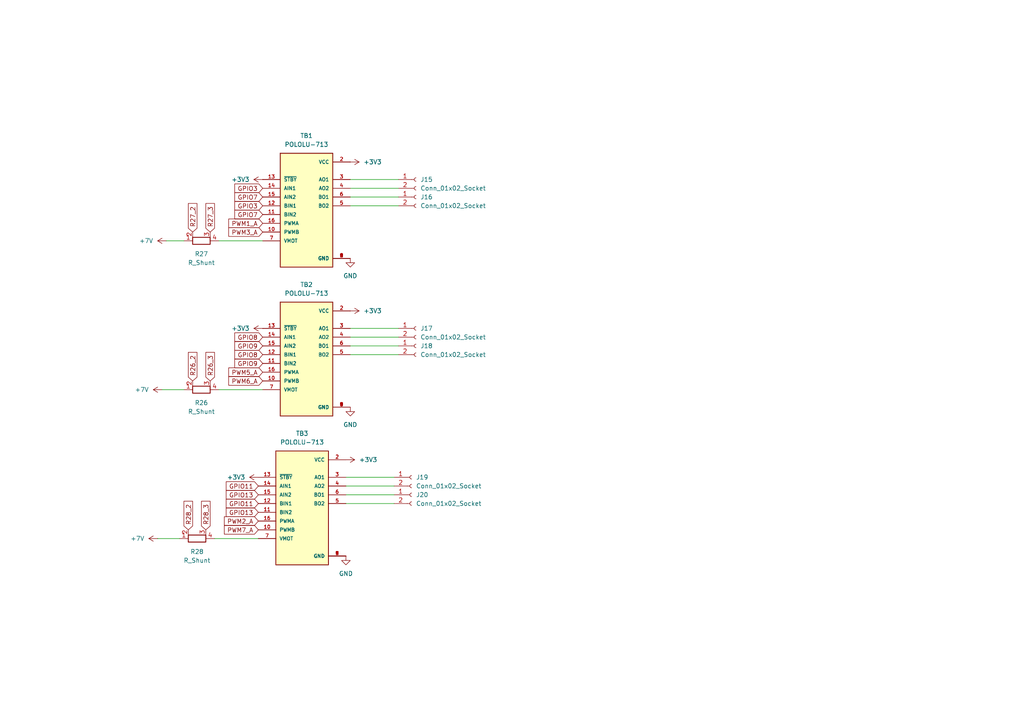
<source format=kicad_sch>
(kicad_sch (version 20250114) (generator "eeschema") (generator_version "9.0")
  (paper "A4")
  (lib_symbols
    (symbol "Connector:Conn_01x02_Socket" (pin_names (offset 1.016) (hide yes))
      (property "Reference" "J" (at 0 2.54 0))
      (property "Value" "Conn_01x02_Socket" (at 0 -5.08 0))
      (symbol "Conn_01x02_Socket_1_1"
        (polyline (pts (xy -1.27 0) (xy -0.508 0)) (stroke (width 0.1524)))
        (polyline (pts (xy -1.27 -2.54) (xy -0.508 -2.54)) (stroke (width 0.1524)))
        (arc (start 0 -0.508) (mid -0.5058 0) (end 0 0.508) (stroke (width 0.1524)))
        (arc (start 0 -3.048) (mid -0.5058 -2.54) (end 0 -2.032) (stroke (width 0.1524)))
        (pin passive line (at -5.08 0 0) (length 3.81) (name "Pin_1") (number "1"))
        (pin passive line (at -5.08 -2.54 0) (length 3.81) (name "Pin_2") (number "2"))
      )
    )
    (symbol "Device:R_Shunt" (pin_names (offset 0) (hide yes))
      (property "Reference" "R" (at -2.032 0 90))
      (property "Value" "R_Shunt" (at 0 0 90))
      (symbol "R_Shunt_0_1"
        (rectangle (start -1.016 -2.54) (end 1.016 2.54) (stroke (width 0.254)))
        (polyline (pts (xy 0 -2.54) (xy 1.27 -2.54)))
        (polyline (pts (xy 1.27 2.54) (xy 0 2.54)))
      )
      (symbol "R_Shunt_1_1"
        (pin passive line (at 0 5.08 270) (length 2.54) (name "~") (number "1"))
        (pin passive line (at 0 -5.08 90) (length 2.54) (name "~") (number "4"))
        (pin passive line (at 2.54 2.54 180) (length 1.27) (name "~") (number "2"))
        (pin passive line (at 2.54 -2.54 180) (length 1.27) (name "~") (number "3"))
      )
    )
    (symbol "POLOLU-713:POLOLU-713" (pin_names (offset 1.016))
      (property "Reference" "TB" (at -7.6288 15.8933 0))
      (property "Value" "POLOLU-713" (at -7.622 -20.3255 0))
      (symbol "POLOLU-713_0_0"
        (rectangle (start -7.62 -17.78) (end 7.62 15.24) (stroke (width 0.254)) (fill (type background)))
        (pin input line (at -12.7 7.62 0) (length 5.08) (name "~{STBY}") (number "13"))
        (pin input line (at -12.7 5.08 0) (length 5.08) (name "AIN1") (number "14"))
        (pin input line (at -12.7 2.54 0) (length 5.08) (name "AIN2") (number "15"))
        (pin input line (at -12.7 0 0) (length 5.08) (name "BIN1") (number "12"))
        (pin input line (at -12.7 -2.54 0) (length 5.08) (name "BIN2") (number "11"))
        (pin input line (at -12.7 -5.08 0) (length 5.08) (name "PWMA") (number "16"))
        (pin input line (at -12.7 -7.62 0) (length 5.08) (name "PWMB") (number "10"))
        (pin input line (at -12.7 -10.16 0) (length 5.08) (name "VMOT") (number "7"))
        (pin power_in line (at 12.7 12.7 180) (length 5.08) (name "VCC") (number "2"))
        (pin output line (at 12.7 7.62 180) (length 5.08) (name "AO1") (number "3"))
        (pin output line (at 12.7 5.08 180) (length 5.08) (name "AO2") (number "4"))
        (pin output line (at 12.7 2.54 180) (length 5.08) (name "BO1") (number "6"))
        (pin output line (at 12.7 0 180) (length 5.08) (name "BO2") (number "5"))
        (pin power_in line (at 12.7 -15.24 180) (length 5.08) (name "GND") (number "1"))
        (pin power_in line (at 12.7 -15.24 180) (length 5.08) (name "GND") (number "8"))
        (pin power_in line (at 12.7 -15.24 180) (length 5.08) (name "GND") (number "9"))
      )
    )
    (symbol "power:+3V3" (power) (pin_numbers (hide yes)) (pin_names (offset 0) (hide yes))
      (property "Value" "+3V3" (at 0 3.556 0))
      (symbol "+3V3_0_1"
        (polyline (pts (xy -0.762 1.27) (xy 0 2.54)))
        (polyline (pts (xy 0 2.54) (xy 0.762 1.27)))
        (polyline (pts (xy 0 0) (xy 0 2.54)))
      )
      (symbol "+3V3_1_1"
        (pin power_in line (at 0 0 90) (length 0) (name "~") (number "1"))
      )
    )
    (symbol "power:+6V" (power) (pin_numbers (hide yes)) (pin_names (offset 0) (hide yes))
      (property "Value" "+6V" (at 0 3.556 0))
      (symbol "+6V_0_1"
        (polyline (pts (xy -0.762 1.27) (xy 0 2.54)))
        (polyline (pts (xy 0 2.54) (xy 0.762 1.27)))
        (polyline (pts (xy 0 0) (xy 0 2.54)))
      )
      (symbol "+6V_1_1"
        (pin power_in line (at 0 0 90) (length 0) (name "~") (number "1"))
      )
    )
    (symbol "power:GND" (power) (pin_numbers (hide yes)) (pin_names (offset 0) (hide yes))
      (property "Value" "GND" (at 0 -3.81 0))
      (symbol "GND_0_1"
        (polyline (pts (xy 0 0) (xy 0 -1.27) (xy 1.27 -1.27) (xy 0 -2.54) (xy -1.27 -1.27) (xy 0 -1.27)))
      )
      (symbol "GND_1_1"
        (pin power_in line (at 0 0 270) (length 0) (name "~") (number "1"))
      )
    )
  )
  (wire (pts (xy 101.6 100.33) (xy 115.57 100.33)))
  (wire (pts (xy 100.33 140.97) (xy 114.3 140.97)))
  (wire (pts (xy 101.6 97.79) (xy 115.57 97.79)))
  (wire (pts (xy 101.6 59.69) (xy 115.57 59.69)))
  (wire (pts (xy 101.6 57.15) (xy 115.57 57.15)))
  (wire (pts (xy 62.23 156.21) (xy 74.93 156.21)))
  (wire (pts (xy 45.72 156.21) (xy 52.07 156.21)))
  (wire (pts (xy 101.6 102.87) (xy 115.57 102.87)))
  (wire (pts (xy 101.6 54.61) (xy 115.57 54.61)))
  (wire (pts (xy 63.5 69.85) (xy 76.2 69.85)))
  (wire (pts (xy 46.99 113.03) (xy 53.34 113.03)))
  (wire (pts (xy 100.33 146.05) (xy 114.3 146.05)))
  (wire (pts (xy 48.26 69.85) (xy 53.34 69.85)))
  (wire (pts (xy 100.33 138.43) (xy 114.3 138.43)))
  (wire (pts (xy 63.5 113.03) (xy 76.2 113.03)))
  (wire (pts (xy 100.33 143.51) (xy 114.3 143.51)))
  (wire (pts (xy 101.6 95.25) (xy 115.57 95.25)))
  (wire (pts (xy 101.6 52.07) (xy 115.57 52.07)))
  (global_label "GPIO11" (shape input) (at 74.93 140.97 180) (property "Intersheetrefs" "${INTERSHEET_REFS}" (effects (hide yes))))
  (global_label "R28_2" (shape input) (at 54.61 153.67 90) (property "Intersheetrefs" "${INTERSHEET_REFS}" (effects (hide yes))))
  (global_label "GPIO3" (shape input) (at 76.2 54.61 180) (property "Intersheetrefs" "${INTERSHEET_REFS}" (effects (hide yes))))
  (global_label "PWM7_A" (shape input) (at 74.93 153.67 180) (property "Intersheetrefs" "${INTERSHEET_REFS}" (effects (hide yes))))
  (global_label "PWM3_A" (shape input) (at 76.2 67.31 180) (property "Intersheetrefs" "${INTERSHEET_REFS}" (effects (hide yes))))
  (global_label "R26_3" (shape input) (at 60.96 110.49 90) (property "Intersheetrefs" "${INTERSHEET_REFS}" (effects (hide yes))))
  (global_label "R26_2" (shape input) (at 55.88 110.49 90) (property "Intersheetrefs" "${INTERSHEET_REFS}" (effects (hide yes))))
  (global_label "GPIO7" (shape input) (at 76.2 57.15 180) (property "Intersheetrefs" "${INTERSHEET_REFS}" (effects (hide yes))))
  (global_label "GPIO9" (shape input) (at 76.2 100.33 180) (property "Intersheetrefs" "${INTERSHEET_REFS}" (effects (hide yes))))
  (global_label "PWM2_A" (shape input) (at 74.93 151.13 180) (property "Intersheetrefs" "${INTERSHEET_REFS}" (effects (hide yes))))
  (global_label "PWM6_A" (shape input) (at 76.2 110.49 180) (property "Intersheetrefs" "${INTERSHEET_REFS}" (effects (hide yes))))
  (global_label "GPIO7" (shape input) (at 76.2 62.23 180) (property "Intersheetrefs" "${INTERSHEET_REFS}" (effects (hide yes))))
  (global_label "GPIO8" (shape input) (at 76.2 102.87 180) (property "Intersheetrefs" "${INTERSHEET_REFS}" (effects (hide yes))))
  (global_label "R28_3" (shape input) (at 59.69 153.67 90) (property "Intersheetrefs" "${INTERSHEET_REFS}" (effects (hide yes))))
  (global_label "GPIO3" (shape input) (at 76.2 59.69 180) (property "Intersheetrefs" "${INTERSHEET_REFS}" (effects (hide yes))))
  (global_label "PWM1_A" (shape input) (at 76.2 64.77 180) (property "Intersheetrefs" "${INTERSHEET_REFS}" (effects (hide yes))))
  (global_label "GPIO9" (shape input) (at 76.2 105.41 180) (property "Intersheetrefs" "${INTERSHEET_REFS}" (effects (hide yes))))
  (global_label "GPIO11" (shape input) (at 74.93 146.05 180) (property "Intersheetrefs" "${INTERSHEET_REFS}" (effects (hide yes))))
  (global_label "R27_2" (shape input) (at 55.88 67.31 90) (property "Intersheetrefs" "${INTERSHEET_REFS}" (effects (hide yes))))
  (global_label "R27_3" (shape input) (at 60.96 67.31 90) (property "Intersheetrefs" "${INTERSHEET_REFS}" (effects (hide yes))))
  (global_label "GPIO13" (shape input) (at 74.93 148.59 180) (property "Intersheetrefs" "${INTERSHEET_REFS}" (effects (hide yes))))
  (global_label "PWM5_A" (shape input) (at 76.2 107.95 180) (property "Intersheetrefs" "${INTERSHEET_REFS}" (effects (hide yes))))
  (global_label "GPIO8" (shape input) (at 76.2 97.79 180) (property "Intersheetrefs" "${INTERSHEET_REFS}" (effects (hide yes))))
  (global_label "GPIO13" (shape input) (at 74.93 143.51 180) (property "Intersheetrefs" "${INTERSHEET_REFS}" (effects (hide yes))))
  (symbol (lib_id "power:+6V") (at 46.99 113.03 90) (unit 1)
    (property "Reference" "#PWR038" (effects (hide yes)))
    (property "Value" "+7V" (at 43.18 113.0299 90) (effects (justify left)))
    (property "Description" "Power symbol creates a global label with name \"+6V\"" (effects (hide yes)))
  )
  (symbol (lib_id "Connector:Conn_01x02_Socket") (at 119.38 143.51 0) (unit 1)
    (property "Reference" "J20" (at 120.65 143.5099 0) (effects (justify left)))
    (property "Value" "Conn_01x02_Socket" (at 120.65 146.0499 0) (effects (justify left)))
    (property "Footprint" "Connector_JST:JST_EH_B2B-EH-A_1x02_P2.50mm_Vertical" (effects (hide yes)))
    (property "Description" "Generic connector, single row, 01x02, script generated" (effects (hide yes)))
  )
  (symbol (lib_id "Connector:Conn_01x02_Socket") (at 120.65 52.07 0) (unit 1)
    (property "Reference" "J15" (at 121.92 52.0699 0) (effects (justify left)))
    (property "Value" "Conn_01x02_Socket" (at 121.92 54.6099 0) (effects (justify left)))
    (property "Footprint" "Connector_JST:JST_EH_B2B-EH-A_1x02_P2.50mm_Vertical" (effects (hide yes)))
    (property "Description" "Generic connector, single row, 01x02, script generated" (effects (hide yes)))
  )
  (symbol (lib_id "Connector:Conn_01x02_Socket") (at 119.38 138.43 0) (unit 1)
    (property "Reference" "J19" (at 120.65 138.4299 0) (effects (justify left)))
    (property "Value" "Conn_01x02_Socket" (at 120.65 140.9699 0) (effects (justify left)))
    (property "Footprint" "Connector_JST:JST_EH_B2B-EH-A_1x02_P2.50mm_Vertical" (effects (hide yes)))
    (property "Description" "Generic connector, single row, 01x02, script generated" (effects (hide yes)))
  )
  (symbol (lib_id "POLOLU-713:POLOLU-713") (at 88.9 59.69 0) (unit 1)
    (property "Reference" "TB1" (at 88.9 39.37 0))
    (property "Value" "POLOLU-713" (at 88.9 41.91 0))
    (property "Footprint" "POLOLU-713:SHIELD_POLOLU-713" (effects (hide yes)))
    (property "MF" "Pololu" (effects (hide yes)))
    (property "Description_1" "DC-motor driver; IC: TB6612FNG; 100kHz; 1A; Uin mot: 4.5" (effects (hide yes)))
    (property "Package" "None" (effects (hide yes)))
    (property "Price" "None" (effects (hide yes)))
    (property "Check_prices" "https://www.snapeda.com/parts/POLOLU-713/Pololu/view-part/?ref=eda" (effects (hide yes)))
    (property "STANDARD" "Manufacturer recommendations" (effects (hide yes)))
    (property "SnapEDA_Link" "https://www.snapeda.com/parts/POLOLU-713/Pololu/view-part/?ref=snap" (effects (hide yes)))
    (property "MP" "POLOLU-713" (effects (hide yes)))
    (property "Availability" "Not in stock" (effects (hide yes)))
    (property "MANUFACTURER" "POLOLU" (effects (hide yes)))
  )
  (symbol (lib_id "POLOLU-713:POLOLU-713") (at 88.9 102.87 0) (unit 1)
    (property "Reference" "TB2" (at 88.9 82.55 0))
    (property "Value" "POLOLU-713" (at 88.9 85.09 0))
    (property "Footprint" "POLOLU-713:SHIELD_POLOLU-713" (effects (hide yes)))
    (property "MF" "Pololu" (effects (hide yes)))
    (property "Description_1" "DC-motor driver; IC: TB6612FNG; 100kHz; 1A; Uin mot: 4.5" (effects (hide yes)))
    (property "Package" "None" (effects (hide yes)))
    (property "Price" "None" (effects (hide yes)))
    (property "Check_prices" "https://www.snapeda.com/parts/POLOLU-713/Pololu/view-part/?ref=eda" (effects (hide yes)))
    (property "STANDARD" "Manufacturer recommendations" (effects (hide yes)))
    (property "SnapEDA_Link" "https://www.snapeda.com/parts/POLOLU-713/Pololu/view-part/?ref=snap" (effects (hide yes)))
    (property "MP" "POLOLU-713" (effects (hide yes)))
    (property "Availability" "Not in stock" (effects (hide yes)))
    (property "MANUFACTURER" "POLOLU" (effects (hide yes)))
  )
  (symbol (lib_id "power:GND") (at 101.6 74.93 0) (unit 1)
    (property "Reference" "#PWR037" (effects (hide yes)))
    (property "Value" "GND" (at 101.6 80.01 0))
    (property "Description" "Power symbol creates a global label with name \"GND\" , ground" (effects (hide yes)))
  )
  (symbol (lib_id "Connector:Conn_01x02_Socket") (at 120.65 100.33 0) (unit 1)
    (property "Reference" "J18" (at 121.92 100.3299 0) (effects (justify left)))
    (property "Value" "Conn_01x02_Socket" (at 121.92 102.8699 0) (effects (justify left)))
    (property "Footprint" "Connector_JST:JST_EH_B2B-EH-A_1x02_P2.50mm_Vertical" (effects (hide yes)))
    (property "Description" "Generic connector, single row, 01x02, script generated" (effects (hide yes)))
  )
  (symbol (lib_id "power:+3V3") (at 101.6 90.17 270) (unit 1)
    (property "Reference" "#PWR039" (effects (hide yes)))
    (property "Value" "+3V3" (at 105.41 90.1699 90) (effects (justify left)))
    (property "Description" "Power symbol creates a global label with name \"+3V3\"" (effects (hide yes)))
  )
  (symbol (lib_id "POLOLU-713:POLOLU-713") (at 87.63 146.05 0) (unit 1)
    (property "Reference" "TB3" (at 87.63 125.73 0))
    (property "Value" "POLOLU-713" (at 87.63 128.27 0))
    (property "Footprint" "POLOLU-713:SHIELD_POLOLU-713" (effects (hide yes)))
    (property "MF" "Pololu" (effects (hide yes)))
    (property "Description_1" "DC-motor driver; IC: TB6612FNG; 100kHz; 1A; Uin mot: 4.5" (effects (hide yes)))
    (property "Package" "None" (effects (hide yes)))
    (property "Price" "None" (effects (hide yes)))
    (property "Check_prices" "https://www.snapeda.com/parts/POLOLU-713/Pololu/view-part/?ref=eda" (effects (hide yes)))
    (property "STANDARD" "Manufacturer recommendations" (effects (hide yes)))
    (property "SnapEDA_Link" "https://www.snapeda.com/parts/POLOLU-713/Pololu/view-part/?ref=snap" (effects (hide yes)))
    (property "MP" "POLOLU-713" (effects (hide yes)))
    (property "Availability" "Not in stock" (effects (hide yes)))
    (property "MANUFACTURER" "POLOLU" (effects (hide yes)))
  )
  (symbol (lib_id "Device:R_Shunt") (at 58.42 113.03 90) (unit 1)
    (property "Reference" "R26" (at 58.42 116.84 90))
    (property "Value" "R_Shunt" (at 58.42 119.38 90))
    (property "Description" "Shunt resistor with Kelvin connections" (effects (hide yes)))
  )
  (symbol (lib_id "power:+3V3") (at 76.2 52.07 90) (unit 1)
    (property "Reference" "#PWR048" (effects (hide yes)))
    (property "Value" "+3V3" (at 72.39 52.0699 90) (effects (justify left)))
    (property "Description" "Power symbol creates a global label with name \"+3V3\"" (effects (hide yes)))
  )
  (symbol (lib_id "power:+3V3") (at 74.93 138.43 90) (unit 1)
    (property "Reference" "#PWR046" (effects (hide yes)))
    (property "Value" "+3V3" (at 71.12 138.4299 90) (effects (justify left)))
    (property "Description" "Power symbol creates a global label with name \"+3V3\"" (effects (hide yes)))
  )
  (symbol (lib_id "power:GND") (at 101.6 118.11 0) (unit 1)
    (property "Reference" "#PWR040" (effects (hide yes)))
    (property "Value" "GND" (at 101.6 123.19 0))
    (property "Description" "Power symbol creates a global label with name \"GND\" , ground" (effects (hide yes)))
  )
  (symbol (lib_id "power:GND") (at 100.33 161.29 0) (unit 1)
    (property "Reference" "#PWR043" (effects (hide yes)))
    (property "Value" "GND" (at 100.33 166.37 0))
    (property "Description" "Power symbol creates a global label with name \"GND\" , ground" (effects (hide yes)))
  )
  (symbol (lib_id "Connector:Conn_01x02_Socket") (at 120.65 95.25 0) (unit 1)
    (property "Reference" "J17" (at 121.92 95.2499 0) (effects (justify left)))
    (property "Value" "Conn_01x02_Socket" (at 121.92 97.7899 0) (effects (justify left)))
    (property "Footprint" "Connector_JST:JST_EH_B2B-EH-A_1x02_P2.50mm_Vertical" (effects (hide yes)))
    (property "Description" "Generic connector, single row, 01x02, script generated" (effects (hide yes)))
  )
  (symbol (lib_id "power:+3V3") (at 101.6 46.99 270) (unit 1)
    (property "Reference" "#PWR036" (effects (hide yes)))
    (property "Value" "+3V3" (at 105.41 46.9899 90) (effects (justify left)))
    (property "Description" "Power symbol creates a global label with name \"+3V3\"" (effects (hide yes)))
  )
  (symbol (lib_id "power:+3V3") (at 76.2 95.25 90) (unit 1)
    (property "Reference" "#PWR047" (effects (hide yes)))
    (property "Value" "+3V3" (at 72.39 95.2499 90) (effects (justify left)))
    (property "Description" "Power symbol creates a global label with name \"+3V3\"" (effects (hide yes)))
  )
  (symbol (lib_id "power:+3V3") (at 100.33 133.35 270) (unit 1)
    (property "Reference" "#PWR042" (effects (hide yes)))
    (property "Value" "+3V3" (at 104.14 133.3499 90) (effects (justify left)))
    (property "Description" "Power symbol creates a global label with name \"+3V3\"" (effects (hide yes)))
  )
  (symbol (lib_id "power:+6V") (at 45.72 156.21 90) (unit 1)
    (property "Reference" "#PWR041" (effects (hide yes)))
    (property "Value" "+7V" (at 41.91 156.2099 90) (effects (justify left)))
    (property "Description" "Power symbol creates a global label with name \"+6V\"" (effects (hide yes)))
  )
  (symbol (lib_id "power:+6V") (at 48.26 69.85 90) (unit 1)
    (property "Reference" "#PWR035" (effects (hide yes)))
    (property "Value" "+7V" (at 44.45 69.8499 90) (effects (justify left)))
    (property "Description" "Power symbol creates a global label with name \"+6V\"" (effects (hide yes)))
  )
  (symbol (lib_id "Device:R_Shunt") (at 58.42 69.85 90) (unit 1)
    (property "Reference" "R27" (at 58.42 73.66 90))
    (property "Value" "R_Shunt" (at 58.42 76.2 90))
    (property "Description" "Shunt resistor with Kelvin connections" (effects (hide yes)))
  )
  (symbol (lib_id "Device:R_Shunt") (at 57.15 156.21 90) (unit 1)
    (property "Reference" "R28" (at 57.15 160.02 90))
    (property "Value" "R_Shunt" (at 57.15 162.56 90))
    (property "Description" "Shunt resistor with Kelvin connections" (effects (hide yes)))
  )
  (symbol (lib_id "Connector:Conn_01x02_Socket") (at 120.65 57.15 0) (unit 1)
    (property "Reference" "J16" (at 121.92 57.1499 0) (effects (justify left)))
    (property "Value" "Conn_01x02_Socket" (at 121.92 59.6899 0) (effects (justify left)))
    (property "Footprint" "Connector_JST:JST_EH_B2B-EH-A_1x02_P2.50mm_Vertical" (effects (hide yes)))
    (property "Description" "Generic connector, single row, 01x02, script generated" (effects (hide yes)))
  )
)
</source>
